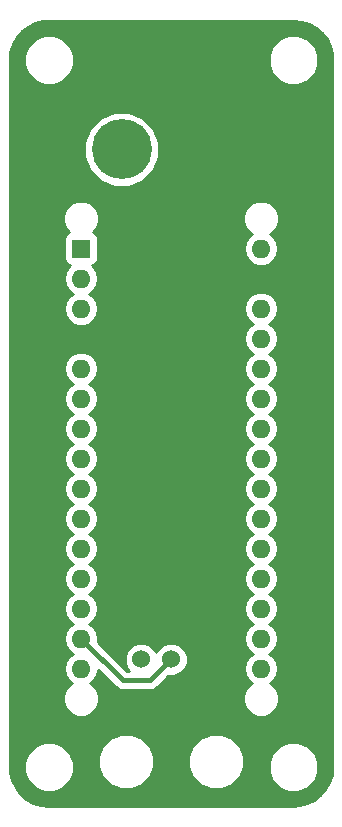
<source format=gbr>
G04 #@! TF.GenerationSoftware,KiCad,Pcbnew,(5.0.0)*
G04 #@! TF.CreationDate,2018-11-03T18:08:05-05:00*
G04 #@! TF.ProjectId,Neopixel_Breakout,4E656F706978656C5F427265616B6F75,rev?*
G04 #@! TF.SameCoordinates,Original*
G04 #@! TF.FileFunction,Copper,L1,Top,Signal*
G04 #@! TF.FilePolarity,Positive*
%FSLAX46Y46*%
G04 Gerber Fmt 4.6, Leading zero omitted, Abs format (unit mm)*
G04 Created by KiCad (PCBNEW (5.0.0)) date 11/03/18 18:08:05*
%MOMM*%
%LPD*%
G01*
G04 APERTURE LIST*
G04 #@! TA.AperFunction,ComponentPad*
%ADD10R,1.600000X1.600000*%
G04 #@! TD*
G04 #@! TA.AperFunction,ComponentPad*
%ADD11O,1.600000X1.600000*%
G04 #@! TD*
G04 #@! TA.AperFunction,ComponentPad*
%ADD12C,5.080000*%
G04 #@! TD*
G04 #@! TA.AperFunction,ComponentPad*
%ADD13C,1.524000*%
G04 #@! TD*
G04 #@! TA.AperFunction,Conductor*
%ADD14C,0.381000*%
G04 #@! TD*
G04 #@! TA.AperFunction,Conductor*
%ADD15C,0.254000*%
G04 #@! TD*
G04 APERTURE END LIST*
D10*
G04 #@! TO.P,A1,1*
G04 #@! TO.N,N/C*
X147320000Y-89683001D03*
D11*
G04 #@! TO.P,A1,17*
X162560000Y-122703001D03*
G04 #@! TO.P,A1,2*
X147320000Y-92223001D03*
G04 #@! TO.P,A1,18*
X162560000Y-120163001D03*
G04 #@! TO.P,A1,3*
X147320000Y-94763001D03*
G04 #@! TO.P,A1,19*
X162560000Y-117623001D03*
G04 #@! TO.P,A1,4*
G04 #@! TO.N,GND*
X147320000Y-97303001D03*
G04 #@! TO.P,A1,20*
G04 #@! TO.N,N/C*
X162560000Y-115083001D03*
G04 #@! TO.P,A1,5*
X147320000Y-99843001D03*
G04 #@! TO.P,A1,21*
X162560000Y-112543001D03*
G04 #@! TO.P,A1,6*
X147320000Y-102383001D03*
G04 #@! TO.P,A1,22*
X162560000Y-110003001D03*
G04 #@! TO.P,A1,7*
X147320000Y-104923001D03*
G04 #@! TO.P,A1,23*
X162560000Y-107463001D03*
G04 #@! TO.P,A1,8*
X147320000Y-107463001D03*
G04 #@! TO.P,A1,24*
X162560000Y-104923001D03*
G04 #@! TO.P,A1,9*
X147320000Y-110003001D03*
G04 #@! TO.P,A1,25*
X162560000Y-102383001D03*
G04 #@! TO.P,A1,10*
X147320000Y-112543001D03*
G04 #@! TO.P,A1,26*
X162560000Y-99843001D03*
G04 #@! TO.P,A1,11*
X147320000Y-115083001D03*
G04 #@! TO.P,A1,27*
G04 #@! TO.N,+5V*
X162560000Y-97303001D03*
G04 #@! TO.P,A1,12*
G04 #@! TO.N,N/C*
X147320000Y-117623001D03*
G04 #@! TO.P,A1,28*
X162560000Y-94763001D03*
G04 #@! TO.P,A1,13*
X147320000Y-120163001D03*
G04 #@! TO.P,A1,29*
G04 #@! TO.N,GND*
X162560000Y-92223001D03*
G04 #@! TO.P,A1,14*
G04 #@! TO.N,Neo_Sig*
X147320000Y-122703001D03*
G04 #@! TO.P,A1,30*
G04 #@! TO.N,N/C*
X162560000Y-89683001D03*
G04 #@! TO.P,A1,15*
X147320000Y-125243001D03*
G04 #@! TO.P,A1,16*
G04 #@! TO.N,+5V*
X162560000Y-125243001D03*
G04 #@! TD*
D12*
G04 #@! TO.P,Conn1,1*
G04 #@! TO.N,GND*
X158750000Y-81280000D03*
G04 #@! TO.P,Conn1,2*
G04 #@! TO.N,+5V*
X150749000Y-81280000D03*
G04 #@! TD*
D13*
G04 #@! TO.P,Conn2,1*
G04 #@! TO.N,+5V*
X152400000Y-124460000D03*
G04 #@! TO.P,Conn2,2*
G04 #@! TO.N,Neo_Sig*
X154940000Y-124460000D03*
G04 #@! TO.P,Conn2,3*
G04 #@! TO.N,GND*
X157480000Y-124460000D03*
G04 #@! TD*
D14*
G04 #@! TO.N,Neo_Sig*
X147320000Y-122703001D02*
X150854999Y-126238000D01*
X153162000Y-126238000D02*
X154940000Y-124460000D01*
X150854999Y-126238000D02*
X153162000Y-126238000D01*
G04 #@! TD*
D15*
G04 #@! TO.N,GND*
G36*
X165966663Y-70453246D02*
X166603031Y-70652671D01*
X167186295Y-70975979D01*
X167692639Y-71409968D01*
X168101373Y-71936905D01*
X168395807Y-72535273D01*
X168566112Y-73189087D01*
X168606401Y-73712683D01*
X168606400Y-76155474D01*
X168606400Y-76155475D01*
X168606401Y-133517226D01*
X168535354Y-134216664D01*
X168335929Y-134853031D01*
X168012620Y-135436297D01*
X167578630Y-135942641D01*
X167051692Y-136351376D01*
X166453329Y-136645805D01*
X165799514Y-136816112D01*
X165275930Y-136856400D01*
X144612764Y-136856400D01*
X143913336Y-136785354D01*
X143276969Y-136585929D01*
X142693703Y-136262620D01*
X142187359Y-135828630D01*
X141778624Y-135301692D01*
X141484195Y-134703329D01*
X141313888Y-134049514D01*
X141273600Y-133525930D01*
X141273600Y-133128773D01*
X142473680Y-133128773D01*
X142473680Y-133967467D01*
X142794634Y-134742319D01*
X143387681Y-135335366D01*
X144162533Y-135656320D01*
X145001227Y-135656320D01*
X145776079Y-135335366D01*
X146369126Y-134742319D01*
X146690080Y-133967467D01*
X146690080Y-133128773D01*
X146482060Y-132626567D01*
X148770000Y-132626567D01*
X148770000Y-133565433D01*
X149129289Y-134432833D01*
X149793167Y-135096711D01*
X150660567Y-135456000D01*
X151599433Y-135456000D01*
X152466833Y-135096711D01*
X153130711Y-134432833D01*
X153490000Y-133565433D01*
X153490000Y-132626567D01*
X156390000Y-132626567D01*
X156390000Y-133565433D01*
X156749289Y-134432833D01*
X157413167Y-135096711D01*
X158280567Y-135456000D01*
X159219433Y-135456000D01*
X160086833Y-135096711D01*
X160750711Y-134432833D01*
X161110000Y-133565433D01*
X161110000Y-133128773D01*
X163189920Y-133128773D01*
X163189920Y-133967467D01*
X163510874Y-134742319D01*
X164103921Y-135335366D01*
X164878773Y-135656320D01*
X165717467Y-135656320D01*
X166492319Y-135335366D01*
X167085366Y-134742319D01*
X167406320Y-133967467D01*
X167406320Y-133128773D01*
X167085366Y-132353921D01*
X166492319Y-131760874D01*
X165717467Y-131439920D01*
X164878773Y-131439920D01*
X164103921Y-131760874D01*
X163510874Y-132353921D01*
X163189920Y-133128773D01*
X161110000Y-133128773D01*
X161110000Y-132626567D01*
X160750711Y-131759167D01*
X160086833Y-131095289D01*
X159219433Y-130736000D01*
X158280567Y-130736000D01*
X157413167Y-131095289D01*
X156749289Y-131759167D01*
X156390000Y-132626567D01*
X153490000Y-132626567D01*
X153130711Y-131759167D01*
X152466833Y-131095289D01*
X151599433Y-130736000D01*
X150660567Y-130736000D01*
X149793167Y-131095289D01*
X149129289Y-131759167D01*
X148770000Y-132626567D01*
X146482060Y-132626567D01*
X146369126Y-132353921D01*
X145776079Y-131760874D01*
X145001227Y-131439920D01*
X144162533Y-131439920D01*
X143387681Y-131760874D01*
X142794634Y-132353921D01*
X142473680Y-133128773D01*
X141273600Y-133128773D01*
X141273600Y-127479660D01*
X145795000Y-127479660D01*
X145795000Y-128086342D01*
X146027167Y-128646844D01*
X146456157Y-129075834D01*
X147016659Y-129308001D01*
X147623341Y-129308001D01*
X148183843Y-129075834D01*
X148612833Y-128646844D01*
X148845000Y-128086342D01*
X148845000Y-127479660D01*
X161035000Y-127479660D01*
X161035000Y-128086342D01*
X161267167Y-128646844D01*
X161696157Y-129075834D01*
X162256659Y-129308001D01*
X162863341Y-129308001D01*
X163423843Y-129075834D01*
X163852833Y-128646844D01*
X164085000Y-128086342D01*
X164085000Y-127479660D01*
X163852833Y-126919158D01*
X163423843Y-126490168D01*
X163332832Y-126452470D01*
X163594577Y-126277578D01*
X163911740Y-125802910D01*
X164023113Y-125243001D01*
X163911740Y-124683092D01*
X163594577Y-124208424D01*
X163242242Y-123973001D01*
X163594577Y-123737578D01*
X163911740Y-123262910D01*
X164023113Y-122703001D01*
X163911740Y-122143092D01*
X163594577Y-121668424D01*
X163242242Y-121433001D01*
X163594577Y-121197578D01*
X163911740Y-120722910D01*
X164023113Y-120163001D01*
X163911740Y-119603092D01*
X163594577Y-119128424D01*
X163242242Y-118893001D01*
X163594577Y-118657578D01*
X163911740Y-118182910D01*
X164023113Y-117623001D01*
X163911740Y-117063092D01*
X163594577Y-116588424D01*
X163242242Y-116353001D01*
X163594577Y-116117578D01*
X163911740Y-115642910D01*
X164023113Y-115083001D01*
X163911740Y-114523092D01*
X163594577Y-114048424D01*
X163242242Y-113813001D01*
X163594577Y-113577578D01*
X163911740Y-113102910D01*
X164023113Y-112543001D01*
X163911740Y-111983092D01*
X163594577Y-111508424D01*
X163242242Y-111273001D01*
X163594577Y-111037578D01*
X163911740Y-110562910D01*
X164023113Y-110003001D01*
X163911740Y-109443092D01*
X163594577Y-108968424D01*
X163242242Y-108733001D01*
X163594577Y-108497578D01*
X163911740Y-108022910D01*
X164023113Y-107463001D01*
X163911740Y-106903092D01*
X163594577Y-106428424D01*
X163242242Y-106193001D01*
X163594577Y-105957578D01*
X163911740Y-105482910D01*
X164023113Y-104923001D01*
X163911740Y-104363092D01*
X163594577Y-103888424D01*
X163242242Y-103653001D01*
X163594577Y-103417578D01*
X163911740Y-102942910D01*
X164023113Y-102383001D01*
X163911740Y-101823092D01*
X163594577Y-101348424D01*
X163242242Y-101113001D01*
X163594577Y-100877578D01*
X163911740Y-100402910D01*
X164023113Y-99843001D01*
X163911740Y-99283092D01*
X163594577Y-98808424D01*
X163242242Y-98573001D01*
X163594577Y-98337578D01*
X163911740Y-97862910D01*
X164023113Y-97303001D01*
X163911740Y-96743092D01*
X163594577Y-96268424D01*
X163242242Y-96033001D01*
X163594577Y-95797578D01*
X163911740Y-95322910D01*
X164023113Y-94763001D01*
X163911740Y-94203092D01*
X163594577Y-93728424D01*
X163119909Y-93411261D01*
X162701333Y-93328001D01*
X162418667Y-93328001D01*
X162000091Y-93411261D01*
X161525423Y-93728424D01*
X161208260Y-94203092D01*
X161096887Y-94763001D01*
X161208260Y-95322910D01*
X161525423Y-95797578D01*
X161877758Y-96033001D01*
X161525423Y-96268424D01*
X161208260Y-96743092D01*
X161096887Y-97303001D01*
X161208260Y-97862910D01*
X161525423Y-98337578D01*
X161877758Y-98573001D01*
X161525423Y-98808424D01*
X161208260Y-99283092D01*
X161096887Y-99843001D01*
X161208260Y-100402910D01*
X161525423Y-100877578D01*
X161877758Y-101113001D01*
X161525423Y-101348424D01*
X161208260Y-101823092D01*
X161096887Y-102383001D01*
X161208260Y-102942910D01*
X161525423Y-103417578D01*
X161877758Y-103653001D01*
X161525423Y-103888424D01*
X161208260Y-104363092D01*
X161096887Y-104923001D01*
X161208260Y-105482910D01*
X161525423Y-105957578D01*
X161877758Y-106193001D01*
X161525423Y-106428424D01*
X161208260Y-106903092D01*
X161096887Y-107463001D01*
X161208260Y-108022910D01*
X161525423Y-108497578D01*
X161877758Y-108733001D01*
X161525423Y-108968424D01*
X161208260Y-109443092D01*
X161096887Y-110003001D01*
X161208260Y-110562910D01*
X161525423Y-111037578D01*
X161877758Y-111273001D01*
X161525423Y-111508424D01*
X161208260Y-111983092D01*
X161096887Y-112543001D01*
X161208260Y-113102910D01*
X161525423Y-113577578D01*
X161877758Y-113813001D01*
X161525423Y-114048424D01*
X161208260Y-114523092D01*
X161096887Y-115083001D01*
X161208260Y-115642910D01*
X161525423Y-116117578D01*
X161877758Y-116353001D01*
X161525423Y-116588424D01*
X161208260Y-117063092D01*
X161096887Y-117623001D01*
X161208260Y-118182910D01*
X161525423Y-118657578D01*
X161877758Y-118893001D01*
X161525423Y-119128424D01*
X161208260Y-119603092D01*
X161096887Y-120163001D01*
X161208260Y-120722910D01*
X161525423Y-121197578D01*
X161877758Y-121433001D01*
X161525423Y-121668424D01*
X161208260Y-122143092D01*
X161096887Y-122703001D01*
X161208260Y-123262910D01*
X161525423Y-123737578D01*
X161877758Y-123973001D01*
X161525423Y-124208424D01*
X161208260Y-124683092D01*
X161096887Y-125243001D01*
X161208260Y-125802910D01*
X161525423Y-126277578D01*
X161787168Y-126452470D01*
X161696157Y-126490168D01*
X161267167Y-126919158D01*
X161035000Y-127479660D01*
X148845000Y-127479660D01*
X148612833Y-126919158D01*
X148183843Y-126490168D01*
X148092832Y-126452470D01*
X148354577Y-126277578D01*
X148671740Y-125802910D01*
X148768091Y-125318524D01*
X150213792Y-126764226D01*
X150259847Y-126833152D01*
X150328772Y-126879206D01*
X150532905Y-127015604D01*
X150854999Y-127079672D01*
X150936302Y-127063500D01*
X153080699Y-127063500D01*
X153162000Y-127079672D01*
X153243301Y-127063500D01*
X153243303Y-127063500D01*
X153484094Y-127015604D01*
X153757152Y-126833152D01*
X153803209Y-126764223D01*
X154710433Y-125857000D01*
X155217881Y-125857000D01*
X155731337Y-125644320D01*
X156124320Y-125251337D01*
X156337000Y-124737881D01*
X156337000Y-124182119D01*
X156124320Y-123668663D01*
X155731337Y-123275680D01*
X155217881Y-123063000D01*
X154662119Y-123063000D01*
X154148663Y-123275680D01*
X153755680Y-123668663D01*
X153670000Y-123875513D01*
X153584320Y-123668663D01*
X153191337Y-123275680D01*
X152677881Y-123063000D01*
X152122119Y-123063000D01*
X151608663Y-123275680D01*
X151215680Y-123668663D01*
X151003000Y-124182119D01*
X151003000Y-124737881D01*
X151215680Y-125251337D01*
X151376843Y-125412500D01*
X151196932Y-125412500D01*
X148734056Y-122949625D01*
X148783113Y-122703001D01*
X148671740Y-122143092D01*
X148354577Y-121668424D01*
X148002242Y-121433001D01*
X148354577Y-121197578D01*
X148671740Y-120722910D01*
X148783113Y-120163001D01*
X148671740Y-119603092D01*
X148354577Y-119128424D01*
X148002242Y-118893001D01*
X148354577Y-118657578D01*
X148671740Y-118182910D01*
X148783113Y-117623001D01*
X148671740Y-117063092D01*
X148354577Y-116588424D01*
X148002242Y-116353001D01*
X148354577Y-116117578D01*
X148671740Y-115642910D01*
X148783113Y-115083001D01*
X148671740Y-114523092D01*
X148354577Y-114048424D01*
X148002242Y-113813001D01*
X148354577Y-113577578D01*
X148671740Y-113102910D01*
X148783113Y-112543001D01*
X148671740Y-111983092D01*
X148354577Y-111508424D01*
X148002242Y-111273001D01*
X148354577Y-111037578D01*
X148671740Y-110562910D01*
X148783113Y-110003001D01*
X148671740Y-109443092D01*
X148354577Y-108968424D01*
X148002242Y-108733001D01*
X148354577Y-108497578D01*
X148671740Y-108022910D01*
X148783113Y-107463001D01*
X148671740Y-106903092D01*
X148354577Y-106428424D01*
X148002242Y-106193001D01*
X148354577Y-105957578D01*
X148671740Y-105482910D01*
X148783113Y-104923001D01*
X148671740Y-104363092D01*
X148354577Y-103888424D01*
X148002242Y-103653001D01*
X148354577Y-103417578D01*
X148671740Y-102942910D01*
X148783113Y-102383001D01*
X148671740Y-101823092D01*
X148354577Y-101348424D01*
X148002242Y-101113001D01*
X148354577Y-100877578D01*
X148671740Y-100402910D01*
X148783113Y-99843001D01*
X148671740Y-99283092D01*
X148354577Y-98808424D01*
X147879909Y-98491261D01*
X147461333Y-98408001D01*
X147178667Y-98408001D01*
X146760091Y-98491261D01*
X146285423Y-98808424D01*
X145968260Y-99283092D01*
X145856887Y-99843001D01*
X145968260Y-100402910D01*
X146285423Y-100877578D01*
X146637758Y-101113001D01*
X146285423Y-101348424D01*
X145968260Y-101823092D01*
X145856887Y-102383001D01*
X145968260Y-102942910D01*
X146285423Y-103417578D01*
X146637758Y-103653001D01*
X146285423Y-103888424D01*
X145968260Y-104363092D01*
X145856887Y-104923001D01*
X145968260Y-105482910D01*
X146285423Y-105957578D01*
X146637758Y-106193001D01*
X146285423Y-106428424D01*
X145968260Y-106903092D01*
X145856887Y-107463001D01*
X145968260Y-108022910D01*
X146285423Y-108497578D01*
X146637758Y-108733001D01*
X146285423Y-108968424D01*
X145968260Y-109443092D01*
X145856887Y-110003001D01*
X145968260Y-110562910D01*
X146285423Y-111037578D01*
X146637758Y-111273001D01*
X146285423Y-111508424D01*
X145968260Y-111983092D01*
X145856887Y-112543001D01*
X145968260Y-113102910D01*
X146285423Y-113577578D01*
X146637758Y-113813001D01*
X146285423Y-114048424D01*
X145968260Y-114523092D01*
X145856887Y-115083001D01*
X145968260Y-115642910D01*
X146285423Y-116117578D01*
X146637758Y-116353001D01*
X146285423Y-116588424D01*
X145968260Y-117063092D01*
X145856887Y-117623001D01*
X145968260Y-118182910D01*
X146285423Y-118657578D01*
X146637758Y-118893001D01*
X146285423Y-119128424D01*
X145968260Y-119603092D01*
X145856887Y-120163001D01*
X145968260Y-120722910D01*
X146285423Y-121197578D01*
X146637758Y-121433001D01*
X146285423Y-121668424D01*
X145968260Y-122143092D01*
X145856887Y-122703001D01*
X145968260Y-123262910D01*
X146285423Y-123737578D01*
X146637758Y-123973001D01*
X146285423Y-124208424D01*
X145968260Y-124683092D01*
X145856887Y-125243001D01*
X145968260Y-125802910D01*
X146285423Y-126277578D01*
X146547168Y-126452470D01*
X146456157Y-126490168D01*
X146027167Y-126919158D01*
X145795000Y-127479660D01*
X141273600Y-127479660D01*
X141273600Y-86839660D01*
X145795000Y-86839660D01*
X145795000Y-87446342D01*
X146027167Y-88006844D01*
X146299703Y-88279380D01*
X146272235Y-88284844D01*
X146062191Y-88425192D01*
X145921843Y-88635236D01*
X145872560Y-88883001D01*
X145872560Y-90483001D01*
X145921843Y-90730766D01*
X146062191Y-90940810D01*
X146272235Y-91081158D01*
X146406106Y-91107786D01*
X146285423Y-91188424D01*
X145968260Y-91663092D01*
X145856887Y-92223001D01*
X145968260Y-92782910D01*
X146285423Y-93257578D01*
X146637758Y-93493001D01*
X146285423Y-93728424D01*
X145968260Y-94203092D01*
X145856887Y-94763001D01*
X145968260Y-95322910D01*
X146285423Y-95797578D01*
X146760091Y-96114741D01*
X147178667Y-96198001D01*
X147461333Y-96198001D01*
X147879909Y-96114741D01*
X148354577Y-95797578D01*
X148671740Y-95322910D01*
X148783113Y-94763001D01*
X148671740Y-94203092D01*
X148354577Y-93728424D01*
X148002242Y-93493001D01*
X148354577Y-93257578D01*
X148671740Y-92782910D01*
X148783113Y-92223001D01*
X148671740Y-91663092D01*
X148354577Y-91188424D01*
X148233894Y-91107786D01*
X148367765Y-91081158D01*
X148577809Y-90940810D01*
X148718157Y-90730766D01*
X148767440Y-90483001D01*
X148767440Y-88883001D01*
X148718157Y-88635236D01*
X148577809Y-88425192D01*
X148367765Y-88284844D01*
X148340297Y-88279380D01*
X148612833Y-88006844D01*
X148845000Y-87446342D01*
X148845000Y-86839660D01*
X161035000Y-86839660D01*
X161035000Y-87446342D01*
X161267167Y-88006844D01*
X161696157Y-88435834D01*
X161787168Y-88473532D01*
X161525423Y-88648424D01*
X161208260Y-89123092D01*
X161096887Y-89683001D01*
X161208260Y-90242910D01*
X161525423Y-90717578D01*
X162000091Y-91034741D01*
X162418667Y-91118001D01*
X162701333Y-91118001D01*
X163119909Y-91034741D01*
X163594577Y-90717578D01*
X163911740Y-90242910D01*
X164023113Y-89683001D01*
X163911740Y-89123092D01*
X163594577Y-88648424D01*
X163332832Y-88473532D01*
X163423843Y-88435834D01*
X163852833Y-88006844D01*
X164085000Y-87446342D01*
X164085000Y-86839660D01*
X163852833Y-86279158D01*
X163423843Y-85850168D01*
X162863341Y-85618001D01*
X162256659Y-85618001D01*
X161696157Y-85850168D01*
X161267167Y-86279158D01*
X161035000Y-86839660D01*
X148845000Y-86839660D01*
X148612833Y-86279158D01*
X148183843Y-85850168D01*
X147623341Y-85618001D01*
X147016659Y-85618001D01*
X146456157Y-85850168D01*
X146027167Y-86279158D01*
X145795000Y-86839660D01*
X141273600Y-86839660D01*
X141273600Y-80648453D01*
X147574000Y-80648453D01*
X147574000Y-81911547D01*
X148057365Y-83078493D01*
X148950507Y-83971635D01*
X150117453Y-84455000D01*
X151380547Y-84455000D01*
X152547493Y-83971635D01*
X153440635Y-83078493D01*
X153924000Y-81911547D01*
X153924000Y-80648453D01*
X153440635Y-79481507D01*
X152547493Y-78588365D01*
X151380547Y-78105000D01*
X150117453Y-78105000D01*
X148950507Y-78588365D01*
X148057365Y-79481507D01*
X147574000Y-80648453D01*
X141273600Y-80648453D01*
X141273600Y-73721364D01*
X141319333Y-73271133D01*
X142473680Y-73271133D01*
X142473680Y-74109827D01*
X142794634Y-74884679D01*
X143387681Y-75477726D01*
X144162533Y-75798680D01*
X145001227Y-75798680D01*
X145776079Y-75477726D01*
X146369126Y-74884679D01*
X146690080Y-74109827D01*
X146690080Y-73296533D01*
X163189920Y-73296533D01*
X163189920Y-74135227D01*
X163510874Y-74910079D01*
X164103921Y-75503126D01*
X164878773Y-75824080D01*
X165717467Y-75824080D01*
X166492319Y-75503126D01*
X167085366Y-74910079D01*
X167406320Y-74135227D01*
X167406320Y-73296533D01*
X167085366Y-72521681D01*
X166492319Y-71928634D01*
X165717467Y-71607680D01*
X164878773Y-71607680D01*
X164103921Y-71928634D01*
X163510874Y-72521681D01*
X163189920Y-73296533D01*
X146690080Y-73296533D01*
X146690080Y-73271133D01*
X146369126Y-72496281D01*
X145776079Y-71903234D01*
X145001227Y-71582280D01*
X144162533Y-71582280D01*
X143387681Y-71903234D01*
X142794634Y-72496281D01*
X142473680Y-73271133D01*
X141319333Y-73271133D01*
X141344646Y-73021937D01*
X141544071Y-72385569D01*
X141867379Y-71802305D01*
X142301368Y-71295961D01*
X142828305Y-70887227D01*
X143426673Y-70592793D01*
X144080487Y-70422488D01*
X144604070Y-70382200D01*
X165267236Y-70382200D01*
X165966663Y-70453246D01*
X165966663Y-70453246D01*
G37*
X165966663Y-70453246D02*
X166603031Y-70652671D01*
X167186295Y-70975979D01*
X167692639Y-71409968D01*
X168101373Y-71936905D01*
X168395807Y-72535273D01*
X168566112Y-73189087D01*
X168606401Y-73712683D01*
X168606400Y-76155474D01*
X168606400Y-76155475D01*
X168606401Y-133517226D01*
X168535354Y-134216664D01*
X168335929Y-134853031D01*
X168012620Y-135436297D01*
X167578630Y-135942641D01*
X167051692Y-136351376D01*
X166453329Y-136645805D01*
X165799514Y-136816112D01*
X165275930Y-136856400D01*
X144612764Y-136856400D01*
X143913336Y-136785354D01*
X143276969Y-136585929D01*
X142693703Y-136262620D01*
X142187359Y-135828630D01*
X141778624Y-135301692D01*
X141484195Y-134703329D01*
X141313888Y-134049514D01*
X141273600Y-133525930D01*
X141273600Y-133128773D01*
X142473680Y-133128773D01*
X142473680Y-133967467D01*
X142794634Y-134742319D01*
X143387681Y-135335366D01*
X144162533Y-135656320D01*
X145001227Y-135656320D01*
X145776079Y-135335366D01*
X146369126Y-134742319D01*
X146690080Y-133967467D01*
X146690080Y-133128773D01*
X146482060Y-132626567D01*
X148770000Y-132626567D01*
X148770000Y-133565433D01*
X149129289Y-134432833D01*
X149793167Y-135096711D01*
X150660567Y-135456000D01*
X151599433Y-135456000D01*
X152466833Y-135096711D01*
X153130711Y-134432833D01*
X153490000Y-133565433D01*
X153490000Y-132626567D01*
X156390000Y-132626567D01*
X156390000Y-133565433D01*
X156749289Y-134432833D01*
X157413167Y-135096711D01*
X158280567Y-135456000D01*
X159219433Y-135456000D01*
X160086833Y-135096711D01*
X160750711Y-134432833D01*
X161110000Y-133565433D01*
X161110000Y-133128773D01*
X163189920Y-133128773D01*
X163189920Y-133967467D01*
X163510874Y-134742319D01*
X164103921Y-135335366D01*
X164878773Y-135656320D01*
X165717467Y-135656320D01*
X166492319Y-135335366D01*
X167085366Y-134742319D01*
X167406320Y-133967467D01*
X167406320Y-133128773D01*
X167085366Y-132353921D01*
X166492319Y-131760874D01*
X165717467Y-131439920D01*
X164878773Y-131439920D01*
X164103921Y-131760874D01*
X163510874Y-132353921D01*
X163189920Y-133128773D01*
X161110000Y-133128773D01*
X161110000Y-132626567D01*
X160750711Y-131759167D01*
X160086833Y-131095289D01*
X159219433Y-130736000D01*
X158280567Y-130736000D01*
X157413167Y-131095289D01*
X156749289Y-131759167D01*
X156390000Y-132626567D01*
X153490000Y-132626567D01*
X153130711Y-131759167D01*
X152466833Y-131095289D01*
X151599433Y-130736000D01*
X150660567Y-130736000D01*
X149793167Y-131095289D01*
X149129289Y-131759167D01*
X148770000Y-132626567D01*
X146482060Y-132626567D01*
X146369126Y-132353921D01*
X145776079Y-131760874D01*
X145001227Y-131439920D01*
X144162533Y-131439920D01*
X143387681Y-131760874D01*
X142794634Y-132353921D01*
X142473680Y-133128773D01*
X141273600Y-133128773D01*
X141273600Y-127479660D01*
X145795000Y-127479660D01*
X145795000Y-128086342D01*
X146027167Y-128646844D01*
X146456157Y-129075834D01*
X147016659Y-129308001D01*
X147623341Y-129308001D01*
X148183843Y-129075834D01*
X148612833Y-128646844D01*
X148845000Y-128086342D01*
X148845000Y-127479660D01*
X161035000Y-127479660D01*
X161035000Y-128086342D01*
X161267167Y-128646844D01*
X161696157Y-129075834D01*
X162256659Y-129308001D01*
X162863341Y-129308001D01*
X163423843Y-129075834D01*
X163852833Y-128646844D01*
X164085000Y-128086342D01*
X164085000Y-127479660D01*
X163852833Y-126919158D01*
X163423843Y-126490168D01*
X163332832Y-126452470D01*
X163594577Y-126277578D01*
X163911740Y-125802910D01*
X164023113Y-125243001D01*
X163911740Y-124683092D01*
X163594577Y-124208424D01*
X163242242Y-123973001D01*
X163594577Y-123737578D01*
X163911740Y-123262910D01*
X164023113Y-122703001D01*
X163911740Y-122143092D01*
X163594577Y-121668424D01*
X163242242Y-121433001D01*
X163594577Y-121197578D01*
X163911740Y-120722910D01*
X164023113Y-120163001D01*
X163911740Y-119603092D01*
X163594577Y-119128424D01*
X163242242Y-118893001D01*
X163594577Y-118657578D01*
X163911740Y-118182910D01*
X164023113Y-117623001D01*
X163911740Y-117063092D01*
X163594577Y-116588424D01*
X163242242Y-116353001D01*
X163594577Y-116117578D01*
X163911740Y-115642910D01*
X164023113Y-115083001D01*
X163911740Y-114523092D01*
X163594577Y-114048424D01*
X163242242Y-113813001D01*
X163594577Y-113577578D01*
X163911740Y-113102910D01*
X164023113Y-112543001D01*
X163911740Y-111983092D01*
X163594577Y-111508424D01*
X163242242Y-111273001D01*
X163594577Y-111037578D01*
X163911740Y-110562910D01*
X164023113Y-110003001D01*
X163911740Y-109443092D01*
X163594577Y-108968424D01*
X163242242Y-108733001D01*
X163594577Y-108497578D01*
X163911740Y-108022910D01*
X164023113Y-107463001D01*
X163911740Y-106903092D01*
X163594577Y-106428424D01*
X163242242Y-106193001D01*
X163594577Y-105957578D01*
X163911740Y-105482910D01*
X164023113Y-104923001D01*
X163911740Y-104363092D01*
X163594577Y-103888424D01*
X163242242Y-103653001D01*
X163594577Y-103417578D01*
X163911740Y-102942910D01*
X164023113Y-102383001D01*
X163911740Y-101823092D01*
X163594577Y-101348424D01*
X163242242Y-101113001D01*
X163594577Y-100877578D01*
X163911740Y-100402910D01*
X164023113Y-99843001D01*
X163911740Y-99283092D01*
X163594577Y-98808424D01*
X163242242Y-98573001D01*
X163594577Y-98337578D01*
X163911740Y-97862910D01*
X164023113Y-97303001D01*
X163911740Y-96743092D01*
X163594577Y-96268424D01*
X163242242Y-96033001D01*
X163594577Y-95797578D01*
X163911740Y-95322910D01*
X164023113Y-94763001D01*
X163911740Y-94203092D01*
X163594577Y-93728424D01*
X163119909Y-93411261D01*
X162701333Y-93328001D01*
X162418667Y-93328001D01*
X162000091Y-93411261D01*
X161525423Y-93728424D01*
X161208260Y-94203092D01*
X161096887Y-94763001D01*
X161208260Y-95322910D01*
X161525423Y-95797578D01*
X161877758Y-96033001D01*
X161525423Y-96268424D01*
X161208260Y-96743092D01*
X161096887Y-97303001D01*
X161208260Y-97862910D01*
X161525423Y-98337578D01*
X161877758Y-98573001D01*
X161525423Y-98808424D01*
X161208260Y-99283092D01*
X161096887Y-99843001D01*
X161208260Y-100402910D01*
X161525423Y-100877578D01*
X161877758Y-101113001D01*
X161525423Y-101348424D01*
X161208260Y-101823092D01*
X161096887Y-102383001D01*
X161208260Y-102942910D01*
X161525423Y-103417578D01*
X161877758Y-103653001D01*
X161525423Y-103888424D01*
X161208260Y-104363092D01*
X161096887Y-104923001D01*
X161208260Y-105482910D01*
X161525423Y-105957578D01*
X161877758Y-106193001D01*
X161525423Y-106428424D01*
X161208260Y-106903092D01*
X161096887Y-107463001D01*
X161208260Y-108022910D01*
X161525423Y-108497578D01*
X161877758Y-108733001D01*
X161525423Y-108968424D01*
X161208260Y-109443092D01*
X161096887Y-110003001D01*
X161208260Y-110562910D01*
X161525423Y-111037578D01*
X161877758Y-111273001D01*
X161525423Y-111508424D01*
X161208260Y-111983092D01*
X161096887Y-112543001D01*
X161208260Y-113102910D01*
X161525423Y-113577578D01*
X161877758Y-113813001D01*
X161525423Y-114048424D01*
X161208260Y-114523092D01*
X161096887Y-115083001D01*
X161208260Y-115642910D01*
X161525423Y-116117578D01*
X161877758Y-116353001D01*
X161525423Y-116588424D01*
X161208260Y-117063092D01*
X161096887Y-117623001D01*
X161208260Y-118182910D01*
X161525423Y-118657578D01*
X161877758Y-118893001D01*
X161525423Y-119128424D01*
X161208260Y-119603092D01*
X161096887Y-120163001D01*
X161208260Y-120722910D01*
X161525423Y-121197578D01*
X161877758Y-121433001D01*
X161525423Y-121668424D01*
X161208260Y-122143092D01*
X161096887Y-122703001D01*
X161208260Y-123262910D01*
X161525423Y-123737578D01*
X161877758Y-123973001D01*
X161525423Y-124208424D01*
X161208260Y-124683092D01*
X161096887Y-125243001D01*
X161208260Y-125802910D01*
X161525423Y-126277578D01*
X161787168Y-126452470D01*
X161696157Y-126490168D01*
X161267167Y-126919158D01*
X161035000Y-127479660D01*
X148845000Y-127479660D01*
X148612833Y-126919158D01*
X148183843Y-126490168D01*
X148092832Y-126452470D01*
X148354577Y-126277578D01*
X148671740Y-125802910D01*
X148768091Y-125318524D01*
X150213792Y-126764226D01*
X150259847Y-126833152D01*
X150328772Y-126879206D01*
X150532905Y-127015604D01*
X150854999Y-127079672D01*
X150936302Y-127063500D01*
X153080699Y-127063500D01*
X153162000Y-127079672D01*
X153243301Y-127063500D01*
X153243303Y-127063500D01*
X153484094Y-127015604D01*
X153757152Y-126833152D01*
X153803209Y-126764223D01*
X154710433Y-125857000D01*
X155217881Y-125857000D01*
X155731337Y-125644320D01*
X156124320Y-125251337D01*
X156337000Y-124737881D01*
X156337000Y-124182119D01*
X156124320Y-123668663D01*
X155731337Y-123275680D01*
X155217881Y-123063000D01*
X154662119Y-123063000D01*
X154148663Y-123275680D01*
X153755680Y-123668663D01*
X153670000Y-123875513D01*
X153584320Y-123668663D01*
X153191337Y-123275680D01*
X152677881Y-123063000D01*
X152122119Y-123063000D01*
X151608663Y-123275680D01*
X151215680Y-123668663D01*
X151003000Y-124182119D01*
X151003000Y-124737881D01*
X151215680Y-125251337D01*
X151376843Y-125412500D01*
X151196932Y-125412500D01*
X148734056Y-122949625D01*
X148783113Y-122703001D01*
X148671740Y-122143092D01*
X148354577Y-121668424D01*
X148002242Y-121433001D01*
X148354577Y-121197578D01*
X148671740Y-120722910D01*
X148783113Y-120163001D01*
X148671740Y-119603092D01*
X148354577Y-119128424D01*
X148002242Y-118893001D01*
X148354577Y-118657578D01*
X148671740Y-118182910D01*
X148783113Y-117623001D01*
X148671740Y-117063092D01*
X148354577Y-116588424D01*
X148002242Y-116353001D01*
X148354577Y-116117578D01*
X148671740Y-115642910D01*
X148783113Y-115083001D01*
X148671740Y-114523092D01*
X148354577Y-114048424D01*
X148002242Y-113813001D01*
X148354577Y-113577578D01*
X148671740Y-113102910D01*
X148783113Y-112543001D01*
X148671740Y-111983092D01*
X148354577Y-111508424D01*
X148002242Y-111273001D01*
X148354577Y-111037578D01*
X148671740Y-110562910D01*
X148783113Y-110003001D01*
X148671740Y-109443092D01*
X148354577Y-108968424D01*
X148002242Y-108733001D01*
X148354577Y-108497578D01*
X148671740Y-108022910D01*
X148783113Y-107463001D01*
X148671740Y-106903092D01*
X148354577Y-106428424D01*
X148002242Y-106193001D01*
X148354577Y-105957578D01*
X148671740Y-105482910D01*
X148783113Y-104923001D01*
X148671740Y-104363092D01*
X148354577Y-103888424D01*
X148002242Y-103653001D01*
X148354577Y-103417578D01*
X148671740Y-102942910D01*
X148783113Y-102383001D01*
X148671740Y-101823092D01*
X148354577Y-101348424D01*
X148002242Y-101113001D01*
X148354577Y-100877578D01*
X148671740Y-100402910D01*
X148783113Y-99843001D01*
X148671740Y-99283092D01*
X148354577Y-98808424D01*
X147879909Y-98491261D01*
X147461333Y-98408001D01*
X147178667Y-98408001D01*
X146760091Y-98491261D01*
X146285423Y-98808424D01*
X145968260Y-99283092D01*
X145856887Y-99843001D01*
X145968260Y-100402910D01*
X146285423Y-100877578D01*
X146637758Y-101113001D01*
X146285423Y-101348424D01*
X145968260Y-101823092D01*
X145856887Y-102383001D01*
X145968260Y-102942910D01*
X146285423Y-103417578D01*
X146637758Y-103653001D01*
X146285423Y-103888424D01*
X145968260Y-104363092D01*
X145856887Y-104923001D01*
X145968260Y-105482910D01*
X146285423Y-105957578D01*
X146637758Y-106193001D01*
X146285423Y-106428424D01*
X145968260Y-106903092D01*
X145856887Y-107463001D01*
X145968260Y-108022910D01*
X146285423Y-108497578D01*
X146637758Y-108733001D01*
X146285423Y-108968424D01*
X145968260Y-109443092D01*
X145856887Y-110003001D01*
X145968260Y-110562910D01*
X146285423Y-111037578D01*
X146637758Y-111273001D01*
X146285423Y-111508424D01*
X145968260Y-111983092D01*
X145856887Y-112543001D01*
X145968260Y-113102910D01*
X146285423Y-113577578D01*
X146637758Y-113813001D01*
X146285423Y-114048424D01*
X145968260Y-114523092D01*
X145856887Y-115083001D01*
X145968260Y-115642910D01*
X146285423Y-116117578D01*
X146637758Y-116353001D01*
X146285423Y-116588424D01*
X145968260Y-117063092D01*
X145856887Y-117623001D01*
X145968260Y-118182910D01*
X146285423Y-118657578D01*
X146637758Y-118893001D01*
X146285423Y-119128424D01*
X145968260Y-119603092D01*
X145856887Y-120163001D01*
X145968260Y-120722910D01*
X146285423Y-121197578D01*
X146637758Y-121433001D01*
X146285423Y-121668424D01*
X145968260Y-122143092D01*
X145856887Y-122703001D01*
X145968260Y-123262910D01*
X146285423Y-123737578D01*
X146637758Y-123973001D01*
X146285423Y-124208424D01*
X145968260Y-124683092D01*
X145856887Y-125243001D01*
X145968260Y-125802910D01*
X146285423Y-126277578D01*
X146547168Y-126452470D01*
X146456157Y-126490168D01*
X146027167Y-126919158D01*
X145795000Y-127479660D01*
X141273600Y-127479660D01*
X141273600Y-86839660D01*
X145795000Y-86839660D01*
X145795000Y-87446342D01*
X146027167Y-88006844D01*
X146299703Y-88279380D01*
X146272235Y-88284844D01*
X146062191Y-88425192D01*
X145921843Y-88635236D01*
X145872560Y-88883001D01*
X145872560Y-90483001D01*
X145921843Y-90730766D01*
X146062191Y-90940810D01*
X146272235Y-91081158D01*
X146406106Y-91107786D01*
X146285423Y-91188424D01*
X145968260Y-91663092D01*
X145856887Y-92223001D01*
X145968260Y-92782910D01*
X146285423Y-93257578D01*
X146637758Y-93493001D01*
X146285423Y-93728424D01*
X145968260Y-94203092D01*
X145856887Y-94763001D01*
X145968260Y-95322910D01*
X146285423Y-95797578D01*
X146760091Y-96114741D01*
X147178667Y-96198001D01*
X147461333Y-96198001D01*
X147879909Y-96114741D01*
X148354577Y-95797578D01*
X148671740Y-95322910D01*
X148783113Y-94763001D01*
X148671740Y-94203092D01*
X148354577Y-93728424D01*
X148002242Y-93493001D01*
X148354577Y-93257578D01*
X148671740Y-92782910D01*
X148783113Y-92223001D01*
X148671740Y-91663092D01*
X148354577Y-91188424D01*
X148233894Y-91107786D01*
X148367765Y-91081158D01*
X148577809Y-90940810D01*
X148718157Y-90730766D01*
X148767440Y-90483001D01*
X148767440Y-88883001D01*
X148718157Y-88635236D01*
X148577809Y-88425192D01*
X148367765Y-88284844D01*
X148340297Y-88279380D01*
X148612833Y-88006844D01*
X148845000Y-87446342D01*
X148845000Y-86839660D01*
X161035000Y-86839660D01*
X161035000Y-87446342D01*
X161267167Y-88006844D01*
X161696157Y-88435834D01*
X161787168Y-88473532D01*
X161525423Y-88648424D01*
X161208260Y-89123092D01*
X161096887Y-89683001D01*
X161208260Y-90242910D01*
X161525423Y-90717578D01*
X162000091Y-91034741D01*
X162418667Y-91118001D01*
X162701333Y-91118001D01*
X163119909Y-91034741D01*
X163594577Y-90717578D01*
X163911740Y-90242910D01*
X164023113Y-89683001D01*
X163911740Y-89123092D01*
X163594577Y-88648424D01*
X163332832Y-88473532D01*
X163423843Y-88435834D01*
X163852833Y-88006844D01*
X164085000Y-87446342D01*
X164085000Y-86839660D01*
X163852833Y-86279158D01*
X163423843Y-85850168D01*
X162863341Y-85618001D01*
X162256659Y-85618001D01*
X161696157Y-85850168D01*
X161267167Y-86279158D01*
X161035000Y-86839660D01*
X148845000Y-86839660D01*
X148612833Y-86279158D01*
X148183843Y-85850168D01*
X147623341Y-85618001D01*
X147016659Y-85618001D01*
X146456157Y-85850168D01*
X146027167Y-86279158D01*
X145795000Y-86839660D01*
X141273600Y-86839660D01*
X141273600Y-80648453D01*
X147574000Y-80648453D01*
X147574000Y-81911547D01*
X148057365Y-83078493D01*
X148950507Y-83971635D01*
X150117453Y-84455000D01*
X151380547Y-84455000D01*
X152547493Y-83971635D01*
X153440635Y-83078493D01*
X153924000Y-81911547D01*
X153924000Y-80648453D01*
X153440635Y-79481507D01*
X152547493Y-78588365D01*
X151380547Y-78105000D01*
X150117453Y-78105000D01*
X148950507Y-78588365D01*
X148057365Y-79481507D01*
X147574000Y-80648453D01*
X141273600Y-80648453D01*
X141273600Y-73721364D01*
X141319333Y-73271133D01*
X142473680Y-73271133D01*
X142473680Y-74109827D01*
X142794634Y-74884679D01*
X143387681Y-75477726D01*
X144162533Y-75798680D01*
X145001227Y-75798680D01*
X145776079Y-75477726D01*
X146369126Y-74884679D01*
X146690080Y-74109827D01*
X146690080Y-73296533D01*
X163189920Y-73296533D01*
X163189920Y-74135227D01*
X163510874Y-74910079D01*
X164103921Y-75503126D01*
X164878773Y-75824080D01*
X165717467Y-75824080D01*
X166492319Y-75503126D01*
X167085366Y-74910079D01*
X167406320Y-74135227D01*
X167406320Y-73296533D01*
X167085366Y-72521681D01*
X166492319Y-71928634D01*
X165717467Y-71607680D01*
X164878773Y-71607680D01*
X164103921Y-71928634D01*
X163510874Y-72521681D01*
X163189920Y-73296533D01*
X146690080Y-73296533D01*
X146690080Y-73271133D01*
X146369126Y-72496281D01*
X145776079Y-71903234D01*
X145001227Y-71582280D01*
X144162533Y-71582280D01*
X143387681Y-71903234D01*
X142794634Y-72496281D01*
X142473680Y-73271133D01*
X141319333Y-73271133D01*
X141344646Y-73021937D01*
X141544071Y-72385569D01*
X141867379Y-71802305D01*
X142301368Y-71295961D01*
X142828305Y-70887227D01*
X143426673Y-70592793D01*
X144080487Y-70422488D01*
X144604070Y-70382200D01*
X165267236Y-70382200D01*
X165966663Y-70453246D01*
G04 #@! TD*
M02*

</source>
